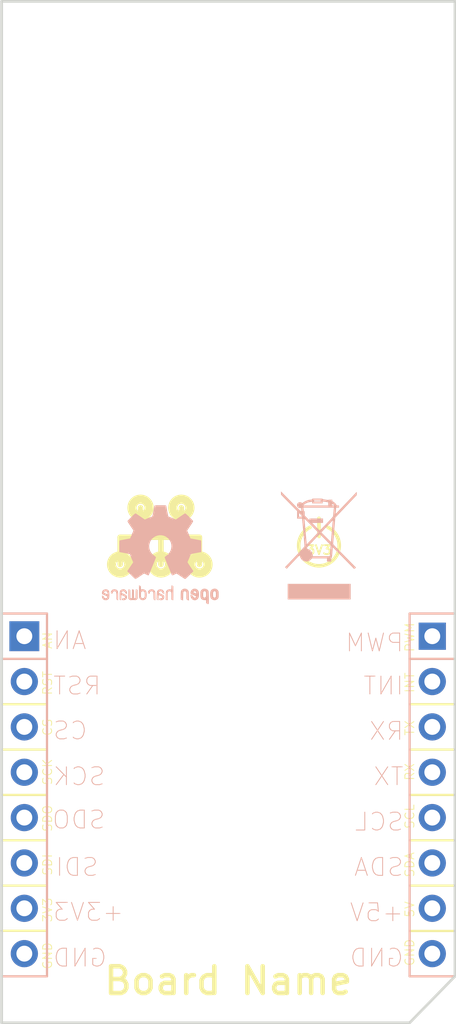
<source format=kicad_pcb>
(kicad_pcb (version 20171130) (host pcbnew "(5.0.1-3-g963ef8bb5)")

  (general
    (thickness 1.6)
    (drawings 9)
    (tracks 0)
    (zones 0)
    (modules 4)
    (nets 16)
  )

  (page A4)
  (layers
    (0 F.Cu signal)
    (31 B.Cu signal)
    (32 B.Adhes user)
    (33 F.Adhes user)
    (34 B.Paste user)
    (35 F.Paste user)
    (36 B.SilkS user)
    (37 F.SilkS user)
    (38 B.Mask user)
    (39 F.Mask user)
    (40 Dwgs.User user)
    (41 Cmts.User user)
    (42 Eco1.User user)
    (43 Eco2.User user)
    (44 Edge.Cuts user)
    (45 Margin user)
    (46 B.CrtYd user)
    (47 F.CrtYd user)
    (48 B.Fab user)
    (49 F.Fab user)
  )

  (setup
    (last_trace_width 0.25)
    (trace_clearance 0.2)
    (zone_clearance 0.508)
    (zone_45_only no)
    (trace_min 0.2)
    (segment_width 0.2)
    (edge_width 0.15)
    (via_size 0.8)
    (via_drill 0.4)
    (via_min_size 0.4)
    (via_min_drill 0.3)
    (uvia_size 0.3)
    (uvia_drill 0.1)
    (uvias_allowed no)
    (uvia_min_size 0.2)
    (uvia_min_drill 0.1)
    (pcb_text_width 0.3)
    (pcb_text_size 1.5 1.5)
    (mod_edge_width 0.15)
    (mod_text_size 1 1)
    (mod_text_width 0.15)
    (pad_size 1.524 1.524)
    (pad_drill 0.762)
    (pad_to_mask_clearance 0.051)
    (solder_mask_min_width 0.25)
    (aux_axis_origin 0 0)
    (visible_elements FFFFFF7F)
    (pcbplotparams
      (layerselection 0x010fc_ffffffff)
      (usegerberextensions false)
      (usegerberattributes false)
      (usegerberadvancedattributes false)
      (creategerberjobfile false)
      (excludeedgelayer true)
      (linewidth 0.100000)
      (plotframeref false)
      (viasonmask false)
      (mode 1)
      (useauxorigin false)
      (hpglpennumber 1)
      (hpglpenspeed 20)
      (hpglpendiameter 15.000000)
      (psnegative false)
      (psa4output false)
      (plotreference true)
      (plotvalue true)
      (plotinvisibletext false)
      (padsonsilk false)
      (subtractmaskfromsilk false)
      (outputformat 1)
      (mirror false)
      (drillshape 1)
      (scaleselection 1)
      (outputdirectory ""))
  )

  (net 0 "")
  (net 1 "Net-(CON101-PadP3)")
  (net 2 "Net-(CON101-PadP4)")
  (net 3 "Net-(CON101-PadP5)")
  (net 4 "Net-(CON101-PadP6)")
  (net 5 +3V3)
  (net 6 GND)
  (net 7 +5V)
  (net 8 "Net-(CON101-PadP11)")
  (net 9 "Net-(CON101-PadP12)")
  (net 10 "Net-(CON101-PadP13)")
  (net 11 "Net-(CON101-PadP14)")
  (net 12 "Net-(CON101-PadP1)")
  (net 13 "Net-(CON101-PadP2)")
  (net 14 "Net-(CON101-PadP15)")
  (net 15 "Net-(CON101-PadP16)")

  (net_class Default "This is the default net class."
    (clearance 0.2)
    (trace_width 0.25)
    (via_dia 0.8)
    (via_drill 0.4)
    (uvia_dia 0.3)
    (uvia_drill 0.1)
    (add_net +3V3)
    (add_net +5V)
    (add_net GND)
    (add_net "Net-(CON101-PadP1)")
    (add_net "Net-(CON101-PadP11)")
    (add_net "Net-(CON101-PadP12)")
    (add_net "Net-(CON101-PadP13)")
    (add_net "Net-(CON101-PadP14)")
    (add_net "Net-(CON101-PadP15)")
    (add_net "Net-(CON101-PadP16)")
    (add_net "Net-(CON101-PadP2)")
    (add_net "Net-(CON101-PadP3)")
    (add_net "Net-(CON101-PadP4)")
    (add_net "Net-(CON101-PadP5)")
    (add_net "Net-(CON101-PadP6)")
  )

  (module mikroBUS:MIKROBUS_MODULE_CONN (layer F.Cu) (tedit 5C63120E) (tstamp 5C65203B)
    (at 146.05 97.028)
    (tags mikrobus)
    (path /5C620177)
    (fp_text reference CON101 (at 9.906 -0.254) (layer F.Fab)
      (effects (font (size 1 0.9) (thickness 0.05)))
    )
    (fp_text value MIKROBUS_MODULE_CONN (at 11.8 18) (layer F.SilkS) hide
      (effects (font (size 4 3.5) (thickness 0.15)))
    )
    (fp_line (start 21.59 1.27) (end 24.13 1.27) (layer F.SilkS) (width 0.127))
    (fp_line (start -1.27 1.27) (end 1.27 1.27) (layer F.SilkS) (width 0.127))
    (fp_line (start 24.13 19.05) (end 21.6 21.64) (layer F.Fab) (width 0.127))
    (fp_text user AN (at 1.3 0.235 90) (layer F.SilkS)
      (effects (font (size 0.5 0.5) (thickness 0.05)))
    )
    (fp_text user RST (at 1.3 2.623639 90) (layer F.SilkS)
      (effects (font (size 0.5 0.5) (thickness 0.05)))
    )
    (fp_text user CS (at 1.3 5.1 90) (layer F.SilkS)
      (effects (font (size 0.5 0.5) (thickness 0.05)))
    )
    (fp_text user SCK (at 1.3 7.6 90) (layer F.SilkS)
      (effects (font (size 0.5 0.5) (thickness 0.05)))
    )
    (fp_text user SDO (at 1.3 10.206221 90) (layer F.SilkS)
      (effects (font (size 0.5 0.5) (thickness 0.05)))
    )
    (fp_text user SDI (at 1.3 12.797241 90) (layer F.SilkS)
      (effects (font (size 0.5 0.5) (thickness 0.05)))
    )
    (fp_text user 3V3 (at 1.3 15.328737 90) (layer F.SilkS)
      (effects (font (size 0.5 0.5) (thickness 0.05)))
    )
    (fp_text user GND (at 1.3 17.9 90) (layer F.SilkS)
      (effects (font (size 0.5 0.5) (thickness 0.05)))
    )
    (fp_text user GND (at 21.597534 17.715 90) (layer F.SilkS)
      (effects (font (size 0.5 0.5) (thickness 0.05)))
    )
    (fp_text user 5V (at 21.597534 15.3 90) (layer F.SilkS)
      (effects (font (size 0.5 0.5) (thickness 0.05)))
    )
    (fp_text user SDA (at 21.597534 12.8 90) (layer F.SilkS)
      (effects (font (size 0.5 0.5) (thickness 0.05)))
    )
    (fp_text user SCL (at 21.597534 10.1 90) (layer F.SilkS)
      (effects (font (size 0.5 0.5) (thickness 0.05)))
    )
    (fp_text user RX (at 21.597534 7.6 90) (layer F.SilkS)
      (effects (font (size 0.5 0.5) (thickness 0.05)))
    )
    (fp_text user TX (at 21.597534 5.141427 90) (layer F.SilkS)
      (effects (font (size 0.5 0.5) (thickness 0.05)))
    )
    (fp_text user INT (at 21.597534 2.6 90) (layer F.SilkS)
      (effects (font (size 0.5 0.5) (thickness 0.05)))
    )
    (fp_text user PWM (at 21.597534 0.062 90) (layer F.SilkS)
      (effects (font (size 0.5 0.5) (thickness 0.05)))
    )
    (fp_text user AN (at 2.548191 0.235) (layer B.SilkS)
      (effects (font (size 1 1) (thickness 0.05)) (justify mirror))
    )
    (fp_text user RST (at 2.952953 2.775) (layer B.SilkS)
      (effects (font (size 1 1) (thickness 0.05)) (justify mirror))
    )
    (fp_text user CS (at 2.572 5.2896) (layer B.SilkS)
      (effects (font (size 1 1) (thickness 0.05)) (justify mirror))
    )
    (fp_text user SCK (at 3.072 7.855) (layer B.SilkS)
      (effects (font (size 1 1) (thickness 0.05)) (justify mirror))
    )
    (fp_text user SDO (at 3.05 10.28) (layer B.SilkS)
      (effects (font (size 1 1) (thickness 0.05)) (justify mirror))
    )
    (fp_text user SDI (at 2.95 12.935) (layer B.SilkS)
      (effects (font (size 1 1) (thickness 0.05)) (justify mirror))
    )
    (fp_text user +3V3 (at 3.59581 15.4496) (layer B.SilkS)
      (effects (font (size 1 1) (thickness 0.05)) (justify mirror))
    )
    (fp_text user GND (at 3.119619 18.015) (layer B.SilkS)
      (effects (font (size 1 1) (thickness 0.05)) (justify mirror))
    )
    (fp_text user GND (at 19.743847 18.015) (layer B.SilkS)
      (effects (font (size 1 1) (thickness 0.05)) (justify mirror))
    )
    (fp_text user +5V (at 19.743847 15.475) (layer B.SilkS)
      (effects (font (size 1 1) (thickness 0.05)) (justify mirror))
    )
    (fp_text user SDA (at 19.862895 12.935) (layer B.SilkS)
      (effects (font (size 1 1) (thickness 0.05)) (justify mirror))
    )
    (fp_text user SCL (at 19.886704 10.395) (layer B.SilkS)
      (effects (font (size 1 1) (thickness 0.05)) (justify mirror))
    )
    (fp_text user TX (at 20.410514 7.855) (layer B.SilkS)
      (effects (font (size 1 1) (thickness 0.05)) (justify mirror))
    )
    (fp_text user RX (at 20.291466 5.315) (layer B.SilkS)
      (effects (font (size 1 1) (thickness 0.05)) (justify mirror))
    )
    (fp_text user INT (at 20.1248 2.775) (layer B.SilkS)
      (effects (font (size 1 1) (thickness 0.05)) (justify mirror))
    )
    (fp_text user PWM (at 19.6248 0.362) (layer B.SilkS)
      (effects (font (size 1 1) (thickness 0.05)) (justify mirror))
    )
    (fp_line (start 24.13 19.05) (end 21.59 21.64) (layer B.SilkS) (width 0.127))
    (fp_line (start -1.27 1.27) (end 1.27 1.27) (layer B.SilkS) (width 0.127))
    (fp_line (start 21.59 -1.27) (end 24.13 -1.27) (layer B.SilkS) (width 0.127))
    (fp_line (start 21.59 19.05) (end 24.13 19.05) (layer B.SilkS) (width 0.127))
    (fp_line (start 21.59 1.27) (end 21.59 19.05) (layer B.SilkS) (width 0.127))
    (fp_line (start 21.59 -1.27) (end 21.59 1.27) (layer B.SilkS) (width 0.127))
    (fp_line (start 24.13 -1.27) (end 24.13 19.05) (layer B.SilkS) (width 0.127))
    (fp_line (start 21.59 1.27) (end 24.13 1.27) (layer B.SilkS) (width 0.127))
    (fp_line (start 1.27 -1.27) (end -1.27 -1.27) (layer B.SilkS) (width 0.127))
    (fp_line (start 1.27 1.27) (end 1.27 -1.27) (layer B.SilkS) (width 0.127))
    (fp_line (start 1.27 19.05) (end 1.27 1.27) (layer B.SilkS) (width 0.127))
    (fp_line (start -1.27 19.05) (end 1.27 19.05) (layer B.SilkS) (width 0.127))
    (fp_line (start -1.27 1.27) (end -1.27 19.05) (layer B.SilkS) (width 0.127))
    (fp_line (start -1.27 -1.27) (end -1.27 1.27) (layer B.SilkS) (width 0.127))
    (fp_line (start -1.27 3.81) (end 1.27 3.81) (layer F.SilkS) (width 0.127))
    (fp_line (start -1.27 6.35) (end 1.27 6.35) (layer F.SilkS) (width 0.127))
    (fp_line (start -1.27 8.89) (end 1.27 8.89) (layer F.SilkS) (width 0.127))
    (fp_line (start -1.27 11.43) (end 1.27 11.43) (layer F.SilkS) (width 0.127))
    (fp_line (start -1.27 13.97) (end 1.27 13.97) (layer F.SilkS) (width 0.127))
    (fp_line (start -1.3 16.5) (end 1.24 16.5) (layer F.SilkS) (width 0.127))
    (fp_line (start 21.59 3.81) (end 24.13 3.81) (layer F.SilkS) (width 0.127))
    (fp_line (start 21.59 6.35) (end 24.13 6.35) (layer F.SilkS) (width 0.127))
    (fp_line (start 21.59 8.89) (end 24.13 8.89) (layer F.SilkS) (width 0.127))
    (fp_line (start 21.59 11.43) (end 24.13 11.43) (layer F.SilkS) (width 0.127))
    (fp_line (start 21.59 13.97) (end 24.13 13.97) (layer F.SilkS) (width 0.127))
    (fp_line (start 21.59 16.51) (end 24.13 16.51) (layer F.SilkS) (width 0.127))
    (pad P1 thru_hole rect (at 0 0) (size 1.6764 1.6764) (drill 0.889) (layers *.Cu *.Mask)
      (net 12 "Net-(CON101-PadP1)"))
    (pad P2 thru_hole circle (at 0 2.54) (size 1.524 1.524) (drill 0.889) (layers *.Cu *.Mask)
      (net 13 "Net-(CON101-PadP2)"))
    (pad P3 thru_hole circle (at 0 5.08) (size 1.524 1.524) (drill 0.889) (layers *.Cu *.Mask)
      (net 1 "Net-(CON101-PadP3)"))
    (pad P4 thru_hole circle (at 0 7.62) (size 1.524 1.524) (drill 0.889) (layers *.Cu *.Mask)
      (net 2 "Net-(CON101-PadP4)"))
    (pad P5 thru_hole circle (at 0 10.16) (size 1.524 1.524) (drill 0.889) (layers *.Cu *.Mask)
      (net 3 "Net-(CON101-PadP5)"))
    (pad P6 thru_hole circle (at 0 12.7) (size 1.524 1.524) (drill 0.889) (layers *.Cu *.Mask)
      (net 4 "Net-(CON101-PadP6)"))
    (pad P7 thru_hole circle (at 0 15.24) (size 1.524 1.524) (drill 0.889) (layers *.Cu *.Mask)
      (net 5 +3V3))
    (pad P8 thru_hole circle (at 0 17.78) (size 1.524 1.524) (drill 0.889) (layers *.Cu *.Mask)
      (net 6 GND))
    (pad P9 thru_hole circle (at 22.86 17.78) (size 1.524 1.524) (drill 0.889) (layers *.Cu *.Mask)
      (net 6 GND))
    (pad P10 thru_hole circle (at 22.86 15.24) (size 1.524 1.524) (drill 0.889) (layers *.Cu *.Mask)
      (net 7 +5V))
    (pad P11 thru_hole circle (at 22.86 12.7) (size 1.524 1.524) (drill 0.889) (layers *.Cu *.Mask)
      (net 8 "Net-(CON101-PadP11)"))
    (pad P12 thru_hole circle (at 22.86 10.16) (size 1.524 1.524) (drill 0.889) (layers *.Cu *.Mask)
      (net 9 "Net-(CON101-PadP12)"))
    (pad P13 thru_hole circle (at 22.86 7.62) (size 1.524 1.524) (drill 0.889) (layers *.Cu *.Mask)
      (net 10 "Net-(CON101-PadP13)"))
    (pad P14 thru_hole circle (at 22.86 5.08) (size 1.524 1.524) (drill 0.889) (layers *.Cu *.Mask)
      (net 11 "Net-(CON101-PadP14)"))
    (pad P15 thru_hole circle (at 22.86 2.54) (size 1.524 1.524) (drill 0.889) (layers *.Cu *.Mask)
      (net 14 "Net-(CON101-PadP15)"))
    (pad P16 thru_hole rect (at 22.86 0) (size 1.524 1.524) (drill 0.889) (layers *.Cu *.Mask)
      (net 15 "Net-(CON101-PadP16)"))
  )

  (module mikroBUS:MIKROBUS_LOGO locked (layer F.Cu) (tedit 5C631067) (tstamp 5C65A23C)
    (at 153.67 92.964)
    (tags mikrobus)
    (zone_connect 0)
    (attr virtual)
    (fp_text reference * (at 6.3 3.9) (layer F.SilkS) hide
      (effects (font (size 1 0.9) (thickness 0.05)))
    )
    (fp_text value MIKROCLICK_LOGO (at -0.3 3.9) (layer F.Fab) hide
      (effects (font (size 1 0.9) (thickness 0.05)))
    )
    (fp_circle (center -1.108 -3.1308) (end -0.8794 -3.1308) (layer F.SilkS) (width 0.508))
    (fp_circle (center -2.251 0.0442) (end -2.0224 0.0442) (layer F.SilkS) (width 0.508))
    (fp_circle (center 0.035 0.0442) (end 0.2636 0.0442) (layer F.SilkS) (width 0.508))
    (fp_circle (center 2.194 0.0442) (end 2.4226 0.0442) (layer F.SilkS) (width 0.508))
    (fp_circle (center 1.178 -3.1308) (end 1.4066 -3.1308) (layer F.SilkS) (width 0.508))
    (fp_line (start -1.108 -1.4798) (end -1.108 -3.1308) (layer F.SilkS) (width 0.3048))
    (fp_line (start 1.178 -1.4798) (end 1.178 -3.1308) (layer F.SilkS) (width 0.3048))
    (fp_line (start -2.251 -1.4798) (end -2.251 0.0442) (layer F.SilkS) (width 0.3048))
    (fp_line (start 0.035 -1.4798) (end 0.035 0.0442) (layer F.SilkS) (width 0.3048))
    (fp_line (start 2.194 -1.4798) (end 2.194 0.0442) (layer F.SilkS) (width 0.3048))
    (fp_line (start -1.108 -1.4798) (end -2.251 -1.4798) (layer F.SilkS) (width 0.3048))
    (fp_line (start 0.035 -1.4798) (end -1.108 -1.4798) (layer F.SilkS) (width 0.3048))
    (fp_line (start 1.178 -1.4798) (end 0.035 -1.4798) (layer F.SilkS) (width 0.3048))
    (fp_line (start 2.194 -1.4798) (end 1.178 -1.4798) (layer F.SilkS) (width 0.3048))
  )

  (module Symbols:WEEE-Logo_4.2x6mm_SilkScreen (layer B.Cu) (tedit 0) (tstamp 5C65968F)
    (at 162.56 91.948 180)
    (descr "Waste Electrical and Electronic Equipment Directive")
    (tags "Logo WEEE")
    (attr virtual)
    (fp_text reference REF*** (at 0 0 180) (layer B.SilkS) hide
      (effects (font (size 1 1) (thickness 0.15)) (justify mirror))
    )
    (fp_text value WEEE-Logo_4.2x6mm_SilkScreen (at 0.75 0 180) (layer B.Fab) hide
      (effects (font (size 1 1) (thickness 0.15)) (justify mirror))
    )
    (fp_poly (pts (xy 1.747822 -3.017822) (xy -1.772971 -3.017822) (xy -1.772971 -2.150198) (xy 1.747822 -2.150198)
      (xy 1.747822 -3.017822)) (layer B.SilkS) (width 0.01))
    (fp_poly (pts (xy 2.12443 2.935152) (xy 2.123811 2.848069) (xy 1.672086 2.389109) (xy 1.220361 1.930148)
      (xy 1.220032 1.719529) (xy 1.219703 1.508911) (xy 0.94461 1.508911) (xy 0.937522 1.45547)
      (xy 0.934838 1.431112) (xy 0.930313 1.385241) (xy 0.924191 1.320595) (xy 0.916712 1.239909)
      (xy 0.908119 1.145919) (xy 0.898654 1.041363) (xy 0.888558 0.928975) (xy 0.878074 0.811493)
      (xy 0.867444 0.691652) (xy 0.856909 0.572189) (xy 0.846713 0.455841) (xy 0.837095 0.345343)
      (xy 0.8283 0.243431) (xy 0.820568 0.152842) (xy 0.814142 0.076313) (xy 0.809263 0.016579)
      (xy 0.806175 -0.023624) (xy 0.805117 -0.041559) (xy 0.805118 -0.041644) (xy 0.812827 -0.056035)
      (xy 0.835981 -0.085748) (xy 0.874895 -0.131131) (xy 0.929884 -0.192529) (xy 1.001264 -0.270288)
      (xy 1.089349 -0.364754) (xy 1.194454 -0.476272) (xy 1.316895 -0.605188) (xy 1.35131 -0.641287)
      (xy 1.897137 -1.213416) (xy 1.808881 -1.301436) (xy 1.737485 -1.223758) (xy 1.711366 -1.195686)
      (xy 1.670566 -1.152274) (xy 1.617777 -1.096366) (xy 1.555691 -1.030808) (xy 1.487 -0.958441)
      (xy 1.414396 -0.882112) (xy 1.37096 -0.836524) (xy 1.289416 -0.751119) (xy 1.223504 -0.68271)
      (xy 1.171544 -0.630053) (xy 1.131855 -0.591905) (xy 1.102757 -0.56702) (xy 1.082569 -0.554156)
      (xy 1.06961 -0.552068) (xy 1.0622 -0.559513) (xy 1.058658 -0.575246) (xy 1.057303 -0.598023)
      (xy 1.057121 -0.604239) (xy 1.047703 -0.647061) (xy 1.024497 -0.698819) (xy 0.992136 -0.751328)
      (xy 0.955252 -0.796403) (xy 0.940493 -0.810328) (xy 0.864767 -0.859047) (xy 0.776308 -0.886306)
      (xy 0.6981 -0.892773) (xy 0.609468 -0.880576) (xy 0.527612 -0.844813) (xy 0.455164 -0.786722)
      (xy 0.441797 -0.772262) (xy 0.392918 -0.716733) (xy -0.452674 -0.716733) (xy -0.452674 -0.892773)
      (xy -0.67901 -0.892773) (xy -0.67901 -0.810531) (xy -0.68185 -0.754386) (xy -0.691393 -0.715416)
      (xy -0.702991 -0.694219) (xy -0.711277 -0.679052) (xy -0.718373 -0.657062) (xy -0.724748 -0.624987)
      (xy -0.730872 -0.579569) (xy -0.737216 -0.517548) (xy -0.74425 -0.435662) (xy -0.749066 -0.374746)
      (xy -0.771161 -0.089343) (xy -1.313565 -0.638805) (xy -1.411637 -0.738228) (xy -1.505784 -0.833815)
      (xy -1.594285 -0.92381) (xy -1.67542 -1.006457) (xy -1.747469 -1.080001) (xy -1.808712 -1.142684)
      (xy -1.857427 -1.192752) (xy -1.891896 -1.228448) (xy -1.910379 -1.247995) (xy -1.940743 -1.278944)
      (xy -1.966071 -1.30053) (xy -1.979695 -1.307723) (xy -1.997095 -1.299297) (xy -2.02246 -1.278245)
      (xy -2.031058 -1.269671) (xy -2.067514 -1.23162) (xy -1.866802 -1.027658) (xy -1.815596 -0.975699)
      (xy -1.749569 -0.90882) (xy -1.671618 -0.82995) (xy -1.584638 -0.742014) (xy -1.491526 -0.647941)
      (xy -1.395179 -0.550658) (xy -1.298492 -0.453093) (xy -1.229134 -0.383145) (xy -1.123703 -0.27655)
      (xy -1.035129 -0.186307) (xy -0.962281 -0.111192) (xy -0.904023 -0.049986) (xy -0.859225 -0.001466)
      (xy -0.837021 0.023871) (xy -0.658724 0.023871) (xy -0.636401 -0.261555) (xy -0.629669 -0.345219)
      (xy -0.623157 -0.421727) (xy -0.617234 -0.487081) (xy -0.612268 -0.537281) (xy -0.608629 -0.568329)
      (xy -0.607458 -0.575273) (xy -0.600838 -0.603565) (xy 0.348636 -0.603565) (xy 0.354974 -0.524606)
      (xy 0.37411 -0.431315) (xy 0.414154 -0.348791) (xy 0.472582 -0.280038) (xy 0.546871 -0.228063)
      (xy 0.630252 -0.196863) (xy 0.657302 -0.182228) (xy 0.670844 -0.150819) (xy 0.671128 -0.149434)
      (xy 0.672753 -0.136174) (xy 0.670744 -0.122595) (xy 0.663142 -0.106181) (xy 0.647984 -0.084411)
      (xy 0.623312 -0.054767) (xy 0.587164 -0.014732) (xy 0.53758 0.038215) (xy 0.472599 0.106591)
      (xy 0.468401 0.110995) (xy 0.398507 0.184389) (xy 0.3242 0.262563) (xy 0.250586 0.340136)
      (xy 0.182771 0.411725) (xy 0.12586 0.471949) (xy 0.113168 0.485413) (xy 0.064513 0.53618)
      (xy 0.021291 0.579625) (xy -0.013395 0.612759) (xy -0.036444 0.632595) (xy -0.044182 0.636954)
      (xy -0.055722 0.62783) (xy -0.08271 0.6028) (xy -0.123021 0.563948) (xy -0.174529 0.513357)
      (xy -0.235109 0.453112) (xy -0.302636 0.385296) (xy -0.357826 0.329435) (xy -0.658724 0.023871)
      (xy -0.837021 0.023871) (xy -0.826751 0.035589) (xy -0.805471 0.062401) (xy -0.794251 0.080192)
      (xy -0.791754 0.08843) (xy -0.7927 0.10641) (xy -0.795573 0.147108) (xy -0.800187 0.208181)
      (xy -0.806358 0.287287) (xy -0.813898 0.382086) (xy -0.822621 0.490233) (xy -0.832343 0.609388)
      (xy -0.842876 0.737209) (xy -0.851365 0.839365) (xy -0.899396 1.415326) (xy -0.775805 1.415326)
      (xy -0.775273 1.402896) (xy -0.772769 1.36789) (xy -0.768496 1.312785) (xy -0.762653 1.240057)
      (xy -0.755443 1.152186) (xy -0.747066 1.051649) (xy -0.737723 0.940923) (xy -0.728758 0.835795)
      (xy -0.718602 0.716517) (xy -0.709142 0.60392) (xy -0.700596 0.500695) (xy -0.693179 0.409527)
      (xy -0.687108 0.333105) (xy -0.682601 0.274117) (xy -0.679873 0.235251) (xy -0.679116 0.220156)
      (xy -0.677935 0.210762) (xy -0.673256 0.207034) (xy -0.663276 0.210529) (xy -0.64619 0.222801)
      (xy -0.620196 0.245406) (xy -0.58349 0.2799) (xy -0.534267 0.327838) (xy -0.470726 0.390776)
      (xy -0.403305 0.458032) (xy -0.127601 0.733523) (xy -0.129533 0.735594) (xy 0.05271 0.735594)
      (xy 0.061016 0.72422) (xy 0.084267 0.697437) (xy 0.120135 0.657708) (xy 0.166287 0.607493)
      (xy 0.220394 0.549254) (xy 0.280126 0.485453) (xy 0.343152 0.418551) (xy 0.407142 0.35101)
      (xy 0.469764 0.28529) (xy 0.52869 0.223854) (xy 0.581588 0.169163) (xy 0.626128 0.123678)
      (xy 0.65998 0.089862) (xy 0.680812 0.070174) (xy 0.686494 0.066163) (xy 0.688366 0.079109)
      (xy 0.692254 0.114866) (xy 0.697943 0.171196) (xy 0.705219 0.24586) (xy 0.713869 0.33662)
      (xy 0.723678 0.441238) (xy 0.734434 0.557474) (xy 0.745921 0.683092) (xy 0.755093 0.784382)
      (xy 0.766826 0.915721) (xy 0.777665 1.039448) (xy 0.78743 1.153319) (xy 0.795937 1.255089)
      (xy 0.803005 1.342513) (xy 0.808451 1.413347) (xy 0.812092 1.465347) (xy 0.813747 1.496268)
      (xy 0.813558 1.504297) (xy 0.803666 1.497146) (xy 0.778476 1.474159) (xy 0.74019 1.437561)
      (xy 0.691011 1.389578) (xy 0.633139 1.332434) (xy 0.568778 1.268353) (xy 0.500129 1.199562)
      (xy 0.429395 1.128284) (xy 0.358778 1.056745) (xy 0.29048 0.98717) (xy 0.226704 0.921783)
      (xy 0.16965 0.862809) (xy 0.121522 0.812473) (xy 0.084522 0.773001) (xy 0.060852 0.746617)
      (xy 0.05271 0.735594) (xy -0.129533 0.735594) (xy -0.230409 0.843705) (xy -0.282768 0.899623)
      (xy -0.341535 0.962052) (xy -0.404385 1.028557) (xy -0.468995 1.096702) (xy -0.533042 1.164052)
      (xy -0.594203 1.228172) (xy -0.650153 1.286628) (xy -0.69857 1.336982) (xy -0.73713 1.376802)
      (xy -0.763509 1.40365) (xy -0.775384 1.415092) (xy -0.775805 1.415326) (xy -0.899396 1.415326)
      (xy -0.911401 1.559274) (xy -1.511938 2.190842) (xy -2.112475 2.822411) (xy -2.112034 2.910685)
      (xy -2.111592 2.99896) (xy -2.014583 2.895334) (xy -1.960291 2.837537) (xy -1.896192 2.769632)
      (xy -1.824016 2.693428) (xy -1.745492 2.610731) (xy -1.662349 2.523347) (xy -1.576319 2.433085)
      (xy -1.48913 2.34175) (xy -1.402513 2.251151) (xy -1.318197 2.163093) (xy -1.237912 2.079385)
      (xy -1.163387 2.001833) (xy -1.096354 1.932243) (xy -1.038541 1.872424) (xy -0.991679 1.824182)
      (xy -0.957496 1.789324) (xy -0.937724 1.769657) (xy -0.93339 1.765884) (xy -0.933092 1.779008)
      (xy -0.934731 1.812611) (xy -0.938023 1.86212) (xy -0.942682 1.922963) (xy -0.944682 1.947268)
      (xy -0.959577 2.125049) (xy -0.842955 2.125049) (xy -0.836934 2.096757) (xy -0.833863 2.074382)
      (xy -0.829548 2.032283) (xy -0.824488 1.975822) (xy -0.819181 1.910365) (xy -0.817344 1.886138)
      (xy -0.811927 1.816579) (xy -0.806459 1.751982) (xy -0.801488 1.698452) (xy -0.797561 1.66209)
      (xy -0.796675 1.655491) (xy -0.793334 1.641944) (xy -0.786101 1.626086) (xy -0.77344 1.606139)
      (xy -0.753811 1.580327) (xy -0.725678 1.546871) (xy -0.687502 1.503993) (xy -0.637746 1.449917)
      (xy -0.574871 1.382864) (xy -0.497341 1.301057) (xy -0.418251 1.21805) (xy -0.339564 1.135906)
      (xy -0.266112 1.059831) (xy -0.199724 0.991675) (xy -0.142227 0.933288) (xy -0.095451 0.886519)
      (xy -0.061224 0.853218) (xy -0.041373 0.835233) (xy -0.03714 0.832558) (xy -0.026003 0.842259)
      (xy 0.000029 0.867559) (xy 0.03843 0.905918) (xy 0.086672 0.9548) (xy 0.14223 1.011666)
      (xy 0.182408 1.053094) (xy 0.392169 1.27) (xy -0.226337 1.27) (xy -0.226337 1.508911)
      (xy 0.528119 1.508911) (xy 0.528119 1.402458) (xy 0.666435 1.540346) (xy 0.764553 1.63816)
      (xy 0.955643 1.63816) (xy 0.957471 1.62273) (xy 0.966723 1.614133) (xy 0.98905 1.610387)
      (xy 1.030105 1.609511) (xy 1.037376 1.609505) (xy 1.119109 1.609505) (xy 1.119109 1.828828)
      (xy 1.037376 1.747821) (xy 0.99127 1.698572) (xy 0.963694 1.660841) (xy 0.955643 1.63816)
      (xy 0.764553 1.63816) (xy 0.804752 1.678234) (xy 0.804752 1.801048) (xy 0.805137 1.85755)
      (xy 0.8069 1.893495) (xy 0.81095 1.91347) (xy 0.818199 1.922063) (xy 0.82913 1.923861)
      (xy 0.841288 1.926502) (xy 0.850273 1.937088) (xy 0.857174 1.959619) (xy 0.863076 1.998091)
      (xy 0.869065 2.056502) (xy 0.870987 2.077896) (xy 0.875148 2.125049) (xy -0.842955 2.125049)
      (xy -0.959577 2.125049) (xy -1.119109 2.125049) (xy -1.119109 2.238218) (xy -1.051314 2.238218)
      (xy -1.011662 2.239304) (xy -0.990116 2.244546) (xy -0.98748 2.247666) (xy -0.848616 2.247666)
      (xy -0.841308 2.240538) (xy -0.815993 2.238338) (xy -0.798908 2.238218) (xy -0.741881 2.238218)
      (xy -0.529221 2.238218) (xy 0.885302 2.238218) (xy 0.837458 2.287214) (xy 0.76315 2.347676)
      (xy 0.671184 2.394309) (xy 0.560002 2.427751) (xy 0.449529 2.446247) (xy 0.377227 2.454878)
      (xy 0.377227 2.36396) (xy -0.201188 2.36396) (xy -0.201188 2.467107) (xy -0.286065 2.458504)
      (xy -0.345368 2.451244) (xy -0.408551 2.441621) (xy -0.446386 2.434748) (xy -0.521832 2.419593)
      (xy -0.525526 2.328905) (xy -0.529221 2.238218) (xy -0.741881 2.238218) (xy -0.741881 2.288515)
      (xy -0.743544 2.320024) (xy -0.747697 2.337537) (xy -0.749371 2.338812) (xy -0.767987 2.330746)
      (xy -0.795183 2.31118) (xy -0.822448 2.287056) (xy -0.841267 2.265318) (xy -0.842943 2.262492)
      (xy -0.848616 2.247666) (xy -0.98748 2.247666) (xy -0.979662 2.256919) (xy -0.975442 2.270396)
      (xy -0.958219 2.305373) (xy -0.925138 2.347421) (xy -0.881893 2.390644) (xy -0.834174 2.429146)
      (xy -0.80283 2.449199) (xy -0.767123 2.471149) (xy -0.748819 2.489589) (xy -0.742388 2.511332)
      (xy -0.741894 2.524282) (xy -0.741894 2.527425) (xy -0.100594 2.527425) (xy -0.100594 2.464554)
      (xy 0.276633 2.464554) (xy 0.276633 2.527425) (xy -0.100594 2.527425) (xy -0.741894 2.527425)
      (xy -0.741881 2.565148) (xy -0.636048 2.565148) (xy -0.587355 2.563971) (xy -0.549405 2.560835)
      (xy -0.528308 2.556329) (xy -0.526023 2.554505) (xy -0.512641 2.551705) (xy -0.480074 2.552852)
      (xy -0.433916 2.557607) (xy -0.402376 2.561997) (xy -0.345188 2.570622) (xy -0.292886 2.578409)
      (xy -0.253582 2.584153) (xy -0.242055 2.585785) (xy -0.211937 2.595112) (xy -0.201188 2.609728)
      (xy -0.19792 2.61568) (xy -0.18623 2.620222) (xy -0.163288 2.62353) (xy -0.126265 2.625785)
      (xy -0.072332 2.627166) (xy 0.00134 2.62785) (xy 0.08802 2.62802) (xy 0.180529 2.627923)
      (xy 0.250906 2.62747) (xy 0.302164 2.62641) (xy 0.33732 2.624497) (xy 0.359389 2.621481)
      (xy 0.371385 2.617115) (xy 0.376324 2.611151) (xy 0.377227 2.604216) (xy 0.384921 2.582205)
      (xy 0.410121 2.569679) (xy 0.456009 2.565212) (xy 0.464264 2.565148) (xy 0.541973 2.557132)
      (xy 0.630233 2.535064) (xy 0.721085 2.501916) (xy 0.80657 2.460661) (xy 0.878726 2.414269)
      (xy 0.888072 2.406918) (xy 0.918533 2.383002) (xy 0.936572 2.373424) (xy 0.949169 2.37652)
      (xy 0.9621 2.389296) (xy 1.000293 2.414322) (xy 1.049998 2.423929) (xy 1.103524 2.418933)
      (xy 1.153178 2.400149) (xy 1.191267 2.368394) (xy 1.194025 2.364703) (xy 1.222526 2.305425)
      (xy 1.227828 2.244066) (xy 1.210518 2.185573) (xy 1.17118 2.134896) (xy 1.16637 2.130711)
      (xy 1.13844 2.110833) (xy 1.110102 2.102079) (xy 1.070263 2.101447) (xy 1.060311 2.102008)
      (xy 1.021332 2.103438) (xy 1.001254 2.100161) (xy 0.993985 2.090272) (xy 0.99324 2.081039)
      (xy 0.991716 2.054256) (xy 0.987935 2.013975) (xy 0.985218 1.989876) (xy 0.981277 1.951599)
      (xy 0.982916 1.932004) (xy 0.992421 1.924842) (xy 1.009351 1.923861) (xy 1.019392 1.927099)
      (xy 1.03559 1.93758) (xy 1.059145 1.956452) (xy 1.091257 1.984865) (xy 1.133128 2.023965)
      (xy 1.185957 2.074903) (xy 1.250945 2.138827) (xy 1.329291 2.216886) (xy 1.422197 2.310228)
      (xy 1.530863 2.420002) (xy 1.583231 2.473048) (xy 2.125049 3.022233) (xy 2.12443 2.935152)) (layer B.SilkS) (width 0.01))
  )

  (module Symbols:OSHW-Logo2_7.3x6mm_SilkScreen (layer B.Cu) (tedit 0) (tstamp 5C659785)
    (at 153.67 92.456 180)
    (descr "Open Source Hardware Symbol")
    (tags "Logo Symbol OSHW")
    (attr virtual)
    (fp_text reference REF*** (at 0 0 180) (layer B.SilkS) hide
      (effects (font (size 1 1) (thickness 0.15)) (justify mirror))
    )
    (fp_text value OSHW-Logo2_7.3x6mm_SilkScreen (at 0.75 0 180) (layer B.Fab) hide
      (effects (font (size 1 1) (thickness 0.15)) (justify mirror))
    )
    (fp_poly (pts (xy -2.400256 -1.919918) (xy -2.344799 -1.947568) (xy -2.295852 -1.99848) (xy -2.282371 -2.017338)
      (xy -2.267686 -2.042015) (xy -2.258158 -2.068816) (xy -2.252707 -2.104587) (xy -2.250253 -2.156169)
      (xy -2.249714 -2.224267) (xy -2.252148 -2.317588) (xy -2.260606 -2.387657) (xy -2.276826 -2.439931)
      (xy -2.302546 -2.479869) (xy -2.339503 -2.512929) (xy -2.342218 -2.514886) (xy -2.37864 -2.534908)
      (xy -2.422498 -2.544815) (xy -2.478276 -2.547257) (xy -2.568952 -2.547257) (xy -2.56899 -2.635283)
      (xy -2.569834 -2.684308) (xy -2.574976 -2.713065) (xy -2.588413 -2.730311) (xy -2.614142 -2.744808)
      (xy -2.620321 -2.747769) (xy -2.649236 -2.761648) (xy -2.671624 -2.770414) (xy -2.688271 -2.771171)
      (xy -2.699964 -2.761023) (xy -2.70749 -2.737073) (xy -2.711634 -2.696426) (xy -2.713185 -2.636186)
      (xy -2.712929 -2.553455) (xy -2.711651 -2.445339) (xy -2.711252 -2.413) (xy -2.709815 -2.301524)
      (xy -2.708528 -2.228603) (xy -2.569029 -2.228603) (xy -2.568245 -2.290499) (xy -2.56476 -2.330997)
      (xy -2.556876 -2.357708) (xy -2.542895 -2.378244) (xy -2.533403 -2.38826) (xy -2.494596 -2.417567)
      (xy -2.460237 -2.419952) (xy -2.424784 -2.39575) (xy -2.423886 -2.394857) (xy -2.409461 -2.376153)
      (xy -2.400687 -2.350732) (xy -2.396261 -2.311584) (xy -2.394882 -2.251697) (xy -2.394857 -2.23843)
      (xy -2.398188 -2.155901) (xy -2.409031 -2.098691) (xy -2.42866 -2.063766) (xy -2.45835 -2.048094)
      (xy -2.475509 -2.046514) (xy -2.516234 -2.053926) (xy -2.544168 -2.07833) (xy -2.560983 -2.12298)
      (xy -2.56835 -2.19113) (xy -2.569029 -2.228603) (xy -2.708528 -2.228603) (xy -2.708292 -2.215245)
      (xy -2.706323 -2.150333) (xy -2.70355 -2.102958) (xy -2.699612 -2.06929) (xy -2.694151 -2.045498)
      (xy -2.686808 -2.027753) (xy -2.677223 -2.012224) (xy -2.673113 -2.006381) (xy -2.618595 -1.951185)
      (xy -2.549664 -1.91989) (xy -2.469928 -1.911165) (xy -2.400256 -1.919918)) (layer B.SilkS) (width 0.01))
    (fp_poly (pts (xy -1.283907 -1.92778) (xy -1.237328 -1.954723) (xy -1.204943 -1.981466) (xy -1.181258 -2.009484)
      (xy -1.164941 -2.043748) (xy -1.154661 -2.089227) (xy -1.149086 -2.150892) (xy -1.146884 -2.233711)
      (xy -1.146629 -2.293246) (xy -1.146629 -2.512391) (xy -1.208314 -2.540044) (xy -1.27 -2.567697)
      (xy -1.277257 -2.32767) (xy -1.280256 -2.238028) (xy -1.283402 -2.172962) (xy -1.287299 -2.128026)
      (xy -1.292553 -2.09877) (xy -1.299769 -2.080748) (xy -1.30955 -2.069511) (xy -1.312688 -2.067079)
      (xy -1.360239 -2.048083) (xy -1.408303 -2.0556) (xy -1.436914 -2.075543) (xy -1.448553 -2.089675)
      (xy -1.456609 -2.10822) (xy -1.461729 -2.136334) (xy -1.464559 -2.179173) (xy -1.465744 -2.241895)
      (xy -1.465943 -2.307261) (xy -1.465982 -2.389268) (xy -1.467386 -2.447316) (xy -1.472086 -2.486465)
      (xy -1.482013 -2.51178) (xy -1.499097 -2.528323) (xy -1.525268 -2.541156) (xy -1.560225 -2.554491)
      (xy -1.598404 -2.569007) (xy -1.593859 -2.311389) (xy -1.592029 -2.218519) (xy -1.589888 -2.149889)
      (xy -1.586819 -2.100711) (xy -1.582206 -2.066198) (xy -1.575432 -2.041562) (xy -1.565881 -2.022016)
      (xy -1.554366 -2.00477) (xy -1.49881 -1.94968) (xy -1.43102 -1.917822) (xy -1.357287 -1.910191)
      (xy -1.283907 -1.92778)) (layer B.SilkS) (width 0.01))
    (fp_poly (pts (xy -2.958885 -1.921962) (xy -2.890855 -1.957733) (xy -2.840649 -2.015301) (xy -2.822815 -2.052312)
      (xy -2.808937 -2.107882) (xy -2.801833 -2.178096) (xy -2.80116 -2.254727) (xy -2.806573 -2.329552)
      (xy -2.81773 -2.394342) (xy -2.834286 -2.440873) (xy -2.839374 -2.448887) (xy -2.899645 -2.508707)
      (xy -2.971231 -2.544535) (xy -3.048908 -2.55502) (xy -3.127452 -2.53881) (xy -3.149311 -2.529092)
      (xy -3.191878 -2.499143) (xy -3.229237 -2.459433) (xy -3.232768 -2.454397) (xy -3.247119 -2.430124)
      (xy -3.256606 -2.404178) (xy -3.26221 -2.370022) (xy -3.264914 -2.321119) (xy -3.265701 -2.250935)
      (xy -3.265714 -2.2352) (xy -3.265678 -2.230192) (xy -3.120571 -2.230192) (xy -3.119727 -2.29643)
      (xy -3.116404 -2.340386) (xy -3.109417 -2.368779) (xy -3.097584 -2.388325) (xy -3.091543 -2.394857)
      (xy -3.056814 -2.41968) (xy -3.023097 -2.418548) (xy -2.989005 -2.397016) (xy -2.968671 -2.374029)
      (xy -2.956629 -2.340478) (xy -2.949866 -2.287569) (xy -2.949402 -2.281399) (xy -2.948248 -2.185513)
      (xy -2.960312 -2.114299) (xy -2.98543 -2.068194) (xy -3.02344 -2.047635) (xy -3.037008 -2.046514)
      (xy -3.072636 -2.052152) (xy -3.097006 -2.071686) (xy -3.111907 -2.109042) (xy -3.119125 -2.16815)
      (xy -3.120571 -2.230192) (xy -3.265678 -2.230192) (xy -3.265174 -2.160413) (xy -3.262904 -2.108159)
      (xy -3.257932 -2.071949) (xy -3.249287 -2.045299) (xy -3.235995 -2.021722) (xy -3.233057 -2.017338)
      (xy -3.183687 -1.958249) (xy -3.129891 -1.923947) (xy -3.064398 -1.910331) (xy -3.042158 -1.909665)
      (xy -2.958885 -1.921962)) (layer B.SilkS) (width 0.01))
    (fp_poly (pts (xy -1.831697 -1.931239) (xy -1.774473 -1.969735) (xy -1.730251 -2.025335) (xy -1.703833 -2.096086)
      (xy -1.69849 -2.148162) (xy -1.699097 -2.169893) (xy -1.704178 -2.186531) (xy -1.718145 -2.201437)
      (xy -1.745411 -2.217973) (xy -1.790388 -2.239498) (xy -1.857489 -2.269374) (xy -1.857829 -2.269524)
      (xy -1.919593 -2.297813) (xy -1.970241 -2.322933) (xy -2.004596 -2.342179) (xy -2.017482 -2.352848)
      (xy -2.017486 -2.352934) (xy -2.006128 -2.376166) (xy -1.979569 -2.401774) (xy -1.949077 -2.420221)
      (xy -1.93363 -2.423886) (xy -1.891485 -2.411212) (xy -1.855192 -2.379471) (xy -1.837483 -2.344572)
      (xy -1.820448 -2.318845) (xy -1.787078 -2.289546) (xy -1.747851 -2.264235) (xy -1.713244 -2.250471)
      (xy -1.706007 -2.249714) (xy -1.697861 -2.26216) (xy -1.69737 -2.293972) (xy -1.703357 -2.336866)
      (xy -1.714643 -2.382558) (xy -1.73005 -2.422761) (xy -1.730829 -2.424322) (xy -1.777196 -2.489062)
      (xy -1.837289 -2.533097) (xy -1.905535 -2.554711) (xy -1.976362 -2.552185) (xy -2.044196 -2.523804)
      (xy -2.047212 -2.521808) (xy -2.100573 -2.473448) (xy -2.13566 -2.410352) (xy -2.155078 -2.327387)
      (xy -2.157684 -2.304078) (xy -2.162299 -2.194055) (xy -2.156767 -2.142748) (xy -2.017486 -2.142748)
      (xy -2.015676 -2.174753) (xy -2.005778 -2.184093) (xy -1.981102 -2.177105) (xy -1.942205 -2.160587)
      (xy -1.898725 -2.139881) (xy -1.897644 -2.139333) (xy -1.860791 -2.119949) (xy -1.846 -2.107013)
      (xy -1.849647 -2.093451) (xy -1.865005 -2.075632) (xy -1.904077 -2.049845) (xy -1.946154 -2.04795)
      (xy -1.983897 -2.066717) (xy -2.009966 -2.102915) (xy -2.017486 -2.142748) (xy -2.156767 -2.142748)
      (xy -2.152806 -2.106027) (xy -2.12845 -2.036212) (xy -2.094544 -1.987302) (xy -2.033347 -1.937878)
      (xy -1.965937 -1.913359) (xy -1.89712 -1.911797) (xy -1.831697 -1.931239)) (layer B.SilkS) (width 0.01))
    (fp_poly (pts (xy -0.624114 -1.851289) (xy -0.619861 -1.910613) (xy -0.614975 -1.945572) (xy -0.608205 -1.96082)
      (xy -0.598298 -1.961015) (xy -0.595086 -1.959195) (xy -0.552356 -1.946015) (xy -0.496773 -1.946785)
      (xy -0.440263 -1.960333) (xy -0.404918 -1.977861) (xy -0.368679 -2.005861) (xy -0.342187 -2.037549)
      (xy -0.324001 -2.077813) (xy -0.312678 -2.131543) (xy -0.306778 -2.203626) (xy -0.304857 -2.298951)
      (xy -0.304823 -2.317237) (xy -0.3048 -2.522646) (xy -0.350509 -2.53858) (xy -0.382973 -2.54942)
      (xy -0.400785 -2.554468) (xy -0.401309 -2.554514) (xy -0.403063 -2.540828) (xy -0.404556 -2.503076)
      (xy -0.405674 -2.446224) (xy -0.406303 -2.375234) (xy -0.4064 -2.332073) (xy -0.406602 -2.246973)
      (xy -0.407642 -2.185981) (xy -0.410169 -2.144177) (xy -0.414836 -2.116642) (xy -0.422293 -2.098456)
      (xy -0.433189 -2.084698) (xy -0.439993 -2.078073) (xy -0.486728 -2.051375) (xy -0.537728 -2.049375)
      (xy -0.583999 -2.071955) (xy -0.592556 -2.080107) (xy -0.605107 -2.095436) (xy -0.613812 -2.113618)
      (xy -0.619369 -2.139909) (xy -0.622474 -2.179562) (xy -0.623824 -2.237832) (xy -0.624114 -2.318173)
      (xy -0.624114 -2.522646) (xy -0.669823 -2.53858) (xy -0.702287 -2.54942) (xy -0.720099 -2.554468)
      (xy -0.720623 -2.554514) (xy -0.721963 -2.540623) (xy -0.723172 -2.501439) (xy -0.724199 -2.4407)
      (xy -0.724998 -2.362141) (xy -0.725519 -2.269498) (xy -0.725714 -2.166509) (xy -0.725714 -1.769342)
      (xy -0.678543 -1.749444) (xy -0.631371 -1.729547) (xy -0.624114 -1.851289)) (layer B.SilkS) (width 0.01))
    (fp_poly (pts (xy 0.039744 -1.950968) (xy 0.096616 -1.972087) (xy 0.097267 -1.972493) (xy 0.13244 -1.99838)
      (xy 0.158407 -2.028633) (xy 0.17667 -2.068058) (xy 0.188732 -2.121462) (xy 0.196096 -2.193651)
      (xy 0.200264 -2.289432) (xy 0.200629 -2.303078) (xy 0.205876 -2.508842) (xy 0.161716 -2.531678)
      (xy 0.129763 -2.54711) (xy 0.11047 -2.554423) (xy 0.109578 -2.554514) (xy 0.106239 -2.541022)
      (xy 0.103587 -2.504626) (xy 0.101956 -2.451452) (xy 0.1016 -2.408393) (xy 0.101592 -2.338641)
      (xy 0.098403 -2.294837) (xy 0.087288 -2.273944) (xy 0.063501 -2.272925) (xy 0.022296 -2.288741)
      (xy -0.039914 -2.317815) (xy -0.085659 -2.341963) (xy -0.109187 -2.362913) (xy -0.116104 -2.385747)
      (xy -0.116114 -2.386877) (xy -0.104701 -2.426212) (xy -0.070908 -2.447462) (xy -0.019191 -2.450539)
      (xy 0.018061 -2.450006) (xy 0.037703 -2.460735) (xy 0.049952 -2.486505) (xy 0.057002 -2.519337)
      (xy 0.046842 -2.537966) (xy 0.043017 -2.540632) (xy 0.007001 -2.55134) (xy -0.043434 -2.552856)
      (xy -0.095374 -2.545759) (xy -0.132178 -2.532788) (xy -0.183062 -2.489585) (xy -0.211986 -2.429446)
      (xy -0.217714 -2.382462) (xy -0.213343 -2.340082) (xy -0.197525 -2.305488) (xy -0.166203 -2.274763)
      (xy -0.115322 -2.24399) (xy -0.040824 -2.209252) (xy -0.036286 -2.207288) (xy 0.030821 -2.176287)
      (xy 0.072232 -2.150862) (xy 0.089981 -2.128014) (xy 0.086107 -2.104745) (xy 0.062643 -2.078056)
      (xy 0.055627 -2.071914) (xy 0.00863 -2.0481) (xy -0.040067 -2.049103) (xy -0.082478 -2.072451)
      (xy -0.110616 -2.115675) (xy -0.113231 -2.12416) (xy -0.138692 -2.165308) (xy -0.170999 -2.185128)
      (xy -0.217714 -2.20477) (xy -0.217714 -2.15395) (xy -0.203504 -2.080082) (xy -0.161325 -2.012327)
      (xy -0.139376 -1.989661) (xy -0.089483 -1.960569) (xy -0.026033 -1.9474) (xy 0.039744 -1.950968)) (layer B.SilkS) (width 0.01))
    (fp_poly (pts (xy 0.529926 -1.949755) (xy 0.595858 -1.974084) (xy 0.649273 -2.017117) (xy 0.670164 -2.047409)
      (xy 0.692939 -2.102994) (xy 0.692466 -2.143186) (xy 0.668562 -2.170217) (xy 0.659717 -2.174813)
      (xy 0.62153 -2.189144) (xy 0.602028 -2.185472) (xy 0.595422 -2.161407) (xy 0.595086 -2.148114)
      (xy 0.582992 -2.09921) (xy 0.551471 -2.064999) (xy 0.507659 -2.048476) (xy 0.458695 -2.052634)
      (xy 0.418894 -2.074227) (xy 0.40545 -2.086544) (xy 0.395921 -2.101487) (xy 0.389485 -2.124075)
      (xy 0.385317 -2.159328) (xy 0.382597 -2.212266) (xy 0.380502 -2.287907) (xy 0.37996 -2.311857)
      (xy 0.377981 -2.39379) (xy 0.375731 -2.451455) (xy 0.372357 -2.489608) (xy 0.367006 -2.513004)
      (xy 0.358824 -2.526398) (xy 0.346959 -2.534545) (xy 0.339362 -2.538144) (xy 0.307102 -2.550452)
      (xy 0.288111 -2.554514) (xy 0.281836 -2.540948) (xy 0.278006 -2.499934) (xy 0.2766 -2.430999)
      (xy 0.277598 -2.333669) (xy 0.277908 -2.318657) (xy 0.280101 -2.229859) (xy 0.282693 -2.165019)
      (xy 0.286382 -2.119067) (xy 0.291864 -2.086935) (xy 0.299835 -2.063553) (xy 0.310993 -2.043852)
      (xy 0.31683 -2.03541) (xy 0.350296 -1.998057) (xy 0.387727 -1.969003) (xy 0.392309 -1.966467)
      (xy 0.459426 -1.946443) (xy 0.529926 -1.949755)) (layer B.SilkS) (width 0.01))
    (fp_poly (pts (xy 1.190117 -2.065358) (xy 1.189933 -2.173837) (xy 1.189219 -2.257287) (xy 1.187675 -2.319704)
      (xy 1.185001 -2.365085) (xy 1.180894 -2.397429) (xy 1.175055 -2.420733) (xy 1.167182 -2.438995)
      (xy 1.161221 -2.449418) (xy 1.111855 -2.505945) (xy 1.049264 -2.541377) (xy 0.980013 -2.55409)
      (xy 0.910668 -2.542463) (xy 0.869375 -2.521568) (xy 0.826025 -2.485422) (xy 0.796481 -2.441276)
      (xy 0.778655 -2.383462) (xy 0.770463 -2.306313) (xy 0.769302 -2.249714) (xy 0.769458 -2.245647)
      (xy 0.870857 -2.245647) (xy 0.871476 -2.31055) (xy 0.874314 -2.353514) (xy 0.88084 -2.381622)
      (xy 0.892523 -2.401953) (xy 0.906483 -2.417288) (xy 0.953365 -2.44689) (xy 1.003701 -2.449419)
      (xy 1.051276 -2.424705) (xy 1.054979 -2.421356) (xy 1.070783 -2.403935) (xy 1.080693 -2.383209)
      (xy 1.086058 -2.352362) (xy 1.088228 -2.304577) (xy 1.088571 -2.251748) (xy 1.087827 -2.185381)
      (xy 1.084748 -2.141106) (xy 1.078061 -2.112009) (xy 1.066496 -2.091173) (xy 1.057013 -2.080107)
      (xy 1.01296 -2.052198) (xy 0.962224 -2.048843) (xy 0.913796 -2.070159) (xy 0.90445 -2.078073)
      (xy 0.88854 -2.095647) (xy 0.87861 -2.116587) (xy 0.873278 -2.147782) (xy 0.871163 -2.196122)
      (xy 0.870857 -2.245647) (xy 0.769458 -2.245647) (xy 0.77281 -2.158568) (xy 0.784726 -2.090086)
      (xy 0.807135 -2.0386) (xy 0.842124 -1.998443) (xy 0.869375 -1.977861) (xy 0.918907 -1.955625)
      (xy 0.976316 -1.945304) (xy 1.029682 -1.948067) (xy 1.059543 -1.959212) (xy 1.071261 -1.962383)
      (xy 1.079037 -1.950557) (xy 1.084465 -1.918866) (xy 1.088571 -1.870593) (xy 1.093067 -1.816829)
      (xy 1.099313 -1.784482) (xy 1.110676 -1.765985) (xy 1.130528 -1.75377) (xy 1.143 -1.748362)
      (xy 1.190171 -1.728601) (xy 1.190117 -2.065358)) (layer B.SilkS) (width 0.01))
    (fp_poly (pts (xy 1.779833 -1.958663) (xy 1.782048 -1.99685) (xy 1.783784 -2.054886) (xy 1.784899 -2.12818)
      (xy 1.785257 -2.205055) (xy 1.785257 -2.465196) (xy 1.739326 -2.511127) (xy 1.707675 -2.539429)
      (xy 1.67989 -2.550893) (xy 1.641915 -2.550168) (xy 1.62684 -2.548321) (xy 1.579726 -2.542948)
      (xy 1.540756 -2.539869) (xy 1.531257 -2.539585) (xy 1.499233 -2.541445) (xy 1.453432 -2.546114)
      (xy 1.435674 -2.548321) (xy 1.392057 -2.551735) (xy 1.362745 -2.54432) (xy 1.33368 -2.521427)
      (xy 1.323188 -2.511127) (xy 1.277257 -2.465196) (xy 1.277257 -1.978602) (xy 1.314226 -1.961758)
      (xy 1.346059 -1.949282) (xy 1.364683 -1.944914) (xy 1.369458 -1.958718) (xy 1.373921 -1.997286)
      (xy 1.377775 -2.056356) (xy 1.380722 -2.131663) (xy 1.382143 -2.195286) (xy 1.386114 -2.445657)
      (xy 1.420759 -2.450556) (xy 1.452268 -2.447131) (xy 1.467708 -2.436041) (xy 1.472023 -2.415308)
      (xy 1.475708 -2.371145) (xy 1.478469 -2.309146) (xy 1.480012 -2.234909) (xy 1.480235 -2.196706)
      (xy 1.480457 -1.976783) (xy 1.526166 -1.960849) (xy 1.558518 -1.950015) (xy 1.576115 -1.944962)
      (xy 1.576623 -1.944914) (xy 1.578388 -1.958648) (xy 1.580329 -1.99673) (xy 1.582282 -2.054482)
      (xy 1.584084 -2.127227) (xy 1.585343 -2.195286) (xy 1.589314 -2.445657) (xy 1.6764 -2.445657)
      (xy 1.680396 -2.21724) (xy 1.684392 -1.988822) (xy 1.726847 -1.966868) (xy 1.758192 -1.951793)
      (xy 1.776744 -1.944951) (xy 1.777279 -1.944914) (xy 1.779833 -1.958663)) (layer B.SilkS) (width 0.01))
    (fp_poly (pts (xy 2.144876 -1.956335) (xy 2.186667 -1.975344) (xy 2.219469 -1.998378) (xy 2.243503 -2.024133)
      (xy 2.260097 -2.057358) (xy 2.270577 -2.1028) (xy 2.276271 -2.165207) (xy 2.278507 -2.249327)
      (xy 2.278743 -2.304721) (xy 2.278743 -2.520826) (xy 2.241774 -2.53767) (xy 2.212656 -2.549981)
      (xy 2.198231 -2.554514) (xy 2.195472 -2.541025) (xy 2.193282 -2.504653) (xy 2.191942 -2.451542)
      (xy 2.191657 -2.409372) (xy 2.190434 -2.348447) (xy 2.187136 -2.300115) (xy 2.182321 -2.270518)
      (xy 2.178496 -2.264229) (xy 2.152783 -2.270652) (xy 2.112418 -2.287125) (xy 2.065679 -2.309458)
      (xy 2.020845 -2.333457) (xy 1.986193 -2.35493) (xy 1.970002 -2.369685) (xy 1.969938 -2.369845)
      (xy 1.97133 -2.397152) (xy 1.983818 -2.423219) (xy 2.005743 -2.444392) (xy 2.037743 -2.451474)
      (xy 2.065092 -2.450649) (xy 2.103826 -2.450042) (xy 2.124158 -2.459116) (xy 2.136369 -2.483092)
      (xy 2.137909 -2.487613) (xy 2.143203 -2.521806) (xy 2.129047 -2.542568) (xy 2.092148 -2.552462)
      (xy 2.052289 -2.554292) (xy 1.980562 -2.540727) (xy 1.943432 -2.521355) (xy 1.897576 -2.475845)
      (xy 1.873256 -2.419983) (xy 1.871073 -2.360957) (xy 1.891629 -2.305953) (xy 1.922549 -2.271486)
      (xy 1.95342 -2.252189) (xy 2.001942 -2.227759) (xy 2.058485 -2.202985) (xy 2.06791 -2.199199)
      (xy 2.130019 -2.171791) (xy 2.165822 -2.147634) (xy 2.177337 -2.123619) (xy 2.16658 -2.096635)
      (xy 2.148114 -2.075543) (xy 2.104469 -2.049572) (xy 2.056446 -2.047624) (xy 2.012406 -2.067637)
      (xy 1.980709 -2.107551) (xy 1.976549 -2.117848) (xy 1.952327 -2.155724) (xy 1.916965 -2.183842)
      (xy 1.872343 -2.206917) (xy 1.872343 -2.141485) (xy 1.874969 -2.101506) (xy 1.88623 -2.069997)
      (xy 1.911199 -2.036378) (xy 1.935169 -2.010484) (xy 1.972441 -1.973817) (xy 2.001401 -1.954121)
      (xy 2.032505 -1.94622) (xy 2.067713 -1.944914) (xy 2.144876 -1.956335)) (layer B.SilkS) (width 0.01))
    (fp_poly (pts (xy 2.6526 -1.958752) (xy 2.669948 -1.966334) (xy 2.711356 -1.999128) (xy 2.746765 -2.046547)
      (xy 2.768664 -2.097151) (xy 2.772229 -2.122098) (xy 2.760279 -2.156927) (xy 2.734067 -2.175357)
      (xy 2.705964 -2.186516) (xy 2.693095 -2.188572) (xy 2.686829 -2.173649) (xy 2.674456 -2.141175)
      (xy 2.669028 -2.126502) (xy 2.63859 -2.075744) (xy 2.59452 -2.050427) (xy 2.53801 -2.051206)
      (xy 2.533825 -2.052203) (xy 2.503655 -2.066507) (xy 2.481476 -2.094393) (xy 2.466327 -2.139287)
      (xy 2.45725 -2.204615) (xy 2.453286 -2.293804) (xy 2.452914 -2.341261) (xy 2.45273 -2.416071)
      (xy 2.451522 -2.467069) (xy 2.448309 -2.499471) (xy 2.442109 -2.518495) (xy 2.43194 -2.529356)
      (xy 2.416819 -2.537272) (xy 2.415946 -2.53767) (xy 2.386828 -2.549981) (xy 2.372403 -2.554514)
      (xy 2.370186 -2.540809) (xy 2.368289 -2.502925) (xy 2.366847 -2.445715) (xy 2.365998 -2.374027)
      (xy 2.365829 -2.321565) (xy 2.366692 -2.220047) (xy 2.37007 -2.143032) (xy 2.377142 -2.086023)
      (xy 2.389088 -2.044526) (xy 2.40709 -2.014043) (xy 2.432327 -1.99008) (xy 2.457247 -1.973355)
      (xy 2.517171 -1.951097) (xy 2.586911 -1.946076) (xy 2.6526 -1.958752)) (layer B.SilkS) (width 0.01))
    (fp_poly (pts (xy 3.153595 -1.966966) (xy 3.211021 -2.004497) (xy 3.238719 -2.038096) (xy 3.260662 -2.099064)
      (xy 3.262405 -2.147308) (xy 3.258457 -2.211816) (xy 3.109686 -2.276934) (xy 3.037349 -2.310202)
      (xy 2.990084 -2.336964) (xy 2.965507 -2.360144) (xy 2.961237 -2.382667) (xy 2.974889 -2.407455)
      (xy 2.989943 -2.423886) (xy 3.033746 -2.450235) (xy 3.081389 -2.452081) (xy 3.125145 -2.431546)
      (xy 3.157289 -2.390752) (xy 3.163038 -2.376347) (xy 3.190576 -2.331356) (xy 3.222258 -2.312182)
      (xy 3.265714 -2.295779) (xy 3.265714 -2.357966) (xy 3.261872 -2.400283) (xy 3.246823 -2.435969)
      (xy 3.21528 -2.476943) (xy 3.210592 -2.482267) (xy 3.175506 -2.51872) (xy 3.145347 -2.538283)
      (xy 3.107615 -2.547283) (xy 3.076335 -2.55023) (xy 3.020385 -2.550965) (xy 2.980555 -2.54166)
      (xy 2.955708 -2.527846) (xy 2.916656 -2.497467) (xy 2.889625 -2.464613) (xy 2.872517 -2.423294)
      (xy 2.863238 -2.367521) (xy 2.859693 -2.291305) (xy 2.85941 -2.252622) (xy 2.860372 -2.206247)
      (xy 2.948007 -2.206247) (xy 2.949023 -2.231126) (xy 2.951556 -2.2352) (xy 2.968274 -2.229665)
      (xy 3.004249 -2.215017) (xy 3.052331 -2.19419) (xy 3.062386 -2.189714) (xy 3.123152 -2.158814)
      (xy 3.156632 -2.131657) (xy 3.16399 -2.10622) (xy 3.146391 -2.080481) (xy 3.131856 -2.069109)
      (xy 3.07941 -2.046364) (xy 3.030322 -2.050122) (xy 2.989227 -2.077884) (xy 2.960758 -2.127152)
      (xy 2.951631 -2.166257) (xy 2.948007 -2.206247) (xy 2.860372 -2.206247) (xy 2.861285 -2.162249)
      (xy 2.868196 -2.095384) (xy 2.881884 -2.046695) (xy 2.904096 -2.010849) (xy 2.936574 -1.982513)
      (xy 2.950733 -1.973355) (xy 3.015053 -1.949507) (xy 3.085473 -1.948006) (xy 3.153595 -1.966966)) (layer B.SilkS) (width 0.01))
    (fp_poly (pts (xy 0.10391 2.757652) (xy 0.182454 2.757222) (xy 0.239298 2.756058) (xy 0.278105 2.753793)
      (xy 0.302538 2.75006) (xy 0.316262 2.744494) (xy 0.32294 2.736727) (xy 0.326236 2.726395)
      (xy 0.326556 2.725057) (xy 0.331562 2.700921) (xy 0.340829 2.653299) (xy 0.353392 2.587259)
      (xy 0.368287 2.507872) (xy 0.384551 2.420204) (xy 0.385119 2.417125) (xy 0.40141 2.331211)
      (xy 0.416652 2.255304) (xy 0.429861 2.193955) (xy 0.440054 2.151718) (xy 0.446248 2.133145)
      (xy 0.446543 2.132816) (xy 0.464788 2.123747) (xy 0.502405 2.108633) (xy 0.551271 2.090738)
      (xy 0.551543 2.090642) (xy 0.613093 2.067507) (xy 0.685657 2.038035) (xy 0.754057 2.008403)
      (xy 0.757294 2.006938) (xy 0.868702 1.956374) (xy 1.115399 2.12484) (xy 1.191077 2.176197)
      (xy 1.259631 2.222111) (xy 1.317088 2.25997) (xy 1.359476 2.287163) (xy 1.382825 2.301079)
      (xy 1.385042 2.302111) (xy 1.40201 2.297516) (xy 1.433701 2.275345) (xy 1.481352 2.234553)
      (xy 1.546198 2.174095) (xy 1.612397 2.109773) (xy 1.676214 2.046388) (xy 1.733329 1.988549)
      (xy 1.780305 1.939825) (xy 1.813703 1.90379) (xy 1.830085 1.884016) (xy 1.830694 1.882998)
      (xy 1.832505 1.869428) (xy 1.825683 1.847267) (xy 1.80854 1.813522) (xy 1.779393 1.7652)
      (xy 1.736555 1.699308) (xy 1.679448 1.614483) (xy 1.628766 1.539823) (xy 1.583461 1.47286)
      (xy 1.54615 1.417484) (xy 1.519452 1.37758) (xy 1.505985 1.357038) (xy 1.505137 1.355644)
      (xy 1.506781 1.335962) (xy 1.519245 1.297707) (xy 1.540048 1.248111) (xy 1.547462 1.232272)
      (xy 1.579814 1.16171) (xy 1.614328 1.081647) (xy 1.642365 1.012371) (xy 1.662568 0.960955)
      (xy 1.678615 0.921881) (xy 1.687888 0.901459) (xy 1.689041 0.899886) (xy 1.706096 0.897279)
      (xy 1.746298 0.890137) (xy 1.804302 0.879477) (xy 1.874763 0.866315) (xy 1.952335 0.851667)
      (xy 2.031672 0.836551) (xy 2.107431 0.821982) (xy 2.174264 0.808978) (xy 2.226828 0.798555)
      (xy 2.259776 0.79173) (xy 2.267857 0.789801) (xy 2.276205 0.785038) (xy 2.282506 0.774282)
      (xy 2.287045 0.753902) (xy 2.290104 0.720266) (xy 2.291967 0.669745) (xy 2.292918 0.598708)
      (xy 2.29324 0.503524) (xy 2.293257 0.464508) (xy 2.293257 0.147201) (xy 2.217057 0.132161)
      (xy 2.174663 0.124005) (xy 2.1114 0.112101) (xy 2.034962 0.097884) (xy 1.953043 0.08279)
      (xy 1.9304 0.078645) (xy 1.854806 0.063947) (xy 1.788953 0.049495) (xy 1.738366 0.036625)
      (xy 1.708574 0.026678) (xy 1.703612 0.023713) (xy 1.691426 0.002717) (xy 1.673953 -0.037967)
      (xy 1.654577 -0.090322) (xy 1.650734 -0.1016) (xy 1.625339 -0.171523) (xy 1.593817 -0.250418)
      (xy 1.562969 -0.321266) (xy 1.562817 -0.321595) (xy 1.511447 -0.432733) (xy 1.680399 -0.681253)
      (xy 1.849352 -0.929772) (xy 1.632429 -1.147058) (xy 1.566819 -1.211726) (xy 1.506979 -1.268733)
      (xy 1.456267 -1.315033) (xy 1.418046 -1.347584) (xy 1.395675 -1.363343) (xy 1.392466 -1.364343)
      (xy 1.373626 -1.356469) (xy 1.33518 -1.334578) (xy 1.28133 -1.301267) (xy 1.216276 -1.259131)
      (xy 1.14594 -1.211943) (xy 1.074555 -1.16381) (xy 1.010908 -1.121928) (xy 0.959041 -1.088871)
      (xy 0.922995 -1.067218) (xy 0.906867 -1.059543) (xy 0.887189 -1.066037) (xy 0.849875 -1.08315)
      (xy 0.802621 -1.107326) (xy 0.797612 -1.110013) (xy 0.733977 -1.141927) (xy 0.690341 -1.157579)
      (xy 0.663202 -1.157745) (xy 0.649057 -1.143204) (xy 0.648975 -1.143) (xy 0.641905 -1.125779)
      (xy 0.625042 -1.084899) (xy 0.599695 -1.023525) (xy 0.567171 -0.944819) (xy 0.528778 -0.851947)
      (xy 0.485822 -0.748072) (xy 0.444222 -0.647502) (xy 0.398504 -0.536516) (xy 0.356526 -0.433703)
      (xy 0.319548 -0.342215) (xy 0.288827 -0.265201) (xy 0.265622 -0.205815) (xy 0.25119 -0.167209)
      (xy 0.246743 -0.1528) (xy 0.257896 -0.136272) (xy 0.287069 -0.10993) (xy 0.325971 -0.080887)
      (xy 0.436757 0.010961) (xy 0.523351 0.116241) (xy 0.584716 0.232734) (xy 0.619815 0.358224)
      (xy 0.627608 0.490493) (xy 0.621943 0.551543) (xy 0.591078 0.678205) (xy 0.53792 0.790059)
      (xy 0.465767 0.885999) (xy 0.377917 0.964924) (xy 0.277665 1.02573) (xy 0.16831 1.067313)
      (xy 0.053147 1.088572) (xy -0.064525 1.088401) (xy -0.18141 1.065699) (xy -0.294211 1.019362)
      (xy -0.399631 0.948287) (xy -0.443632 0.908089) (xy -0.528021 0.804871) (xy -0.586778 0.692075)
      (xy -0.620296 0.57299) (xy -0.628965 0.450905) (xy -0.613177 0.329107) (xy -0.573322 0.210884)
      (xy -0.509793 0.099525) (xy -0.422979 -0.001684) (xy -0.325971 -0.080887) (xy -0.285563 -0.111162)
      (xy -0.257018 -0.137219) (xy -0.246743 -0.152825) (xy -0.252123 -0.169843) (xy -0.267425 -0.2105)
      (xy -0.291388 -0.271642) (xy -0.322756 -0.350119) (xy -0.360268 -0.44278) (xy -0.402667 -0.546472)
      (xy -0.444337 -0.647526) (xy -0.49031 -0.758607) (xy -0.532893 -0.861541) (xy -0.570779 -0.953165)
      (xy -0.60266 -1.030316) (xy -0.627229 -1.089831) (xy -0.64318 -1.128544) (xy -0.64909 -1.143)
      (xy -0.663052 -1.157685) (xy -0.69006 -1.157642) (xy -0.733587 -1.142099) (xy -0.79711 -1.110284)
      (xy -0.797612 -1.110013) (xy -0.84544 -1.085323) (xy -0.884103 -1.067338) (xy -0.905905 -1.059614)
      (xy -0.906867 -1.059543) (xy -0.923279 -1.067378) (xy -0.959513 -1.089165) (xy -1.011526 -1.122328)
      (xy -1.075275 -1.164291) (xy -1.14594 -1.211943) (xy -1.217884 -1.260191) (xy -1.282726 -1.302151)
      (xy -1.336265 -1.335227) (xy -1.374303 -1.356821) (xy -1.392467 -1.364343) (xy -1.409192 -1.354457)
      (xy -1.44282 -1.326826) (xy -1.48999 -1.284495) (xy -1.547342 -1.230505) (xy -1.611516 -1.167899)
      (xy -1.632503 -1.146983) (xy -1.849501 -0.929623) (xy -1.684332 -0.68722) (xy -1.634136 -0.612781)
      (xy -1.590081 -0.545972) (xy -1.554638 -0.490665) (xy -1.530281 -0.450729) (xy -1.519478 -0.430036)
      (xy -1.519162 -0.428563) (xy -1.524857 -0.409058) (xy -1.540174 -0.369822) (xy -1.562463 -0.31743)
      (xy -1.578107 -0.282355) (xy -1.607359 -0.215201) (xy -1.634906 -0.147358) (xy -1.656263 -0.090034)
      (xy -1.662065 -0.072572) (xy -1.678548 -0.025938) (xy -1.69466 0.010095) (xy -1.70351 0.023713)
      (xy -1.72304 0.032048) (xy -1.765666 0.043863) (xy -1.825855 0.057819) (xy -1.898078 0.072578)
      (xy -1.9304 0.078645) (xy -2.012478 0.093727) (xy -2.091205 0.108331) (xy -2.158891 0.12102)
      (xy -2.20784 0.130358) (xy -2.217057 0.132161) (xy -2.293257 0.147201) (xy -2.293257 0.464508)
      (xy -2.293086 0.568846) (xy -2.292384 0.647787) (xy -2.290866 0.704962) (xy -2.288251 0.744001)
      (xy -2.284254 0.768535) (xy -2.278591 0.782195) (xy -2.27098 0.788611) (xy -2.267857 0.789801)
      (xy -2.249022 0.79402) (xy -2.207412 0.802438) (xy -2.14837 0.814039) (xy -2.077243 0.827805)
      (xy -1.999375 0.84272) (xy -1.920113 0.857768) (xy -1.844802 0.871931) (xy -1.778787 0.884194)
      (xy -1.727413 0.893539) (xy -1.696025 0.89895) (xy -1.689041 0.899886) (xy -1.682715 0.912404)
      (xy -1.66871 0.945754) (xy -1.649645 0.993623) (xy -1.642366 1.012371) (xy -1.613004 1.084805)
      (xy -1.578429 1.16483) (xy -1.547463 1.232272) (xy -1.524677 1.283841) (xy -1.509518 1.326215)
      (xy -1.504458 1.352166) (xy -1.505264 1.355644) (xy -1.515959 1.372064) (xy -1.54038 1.408583)
      (xy -1.575905 1.461313) (xy -1.619913 1.526365) (xy -1.669783 1.599849) (xy -1.679644 1.614355)
      (xy -1.737508 1.700296) (xy -1.780044 1.765739) (xy -1.808946 1.813696) (xy -1.82591 1.84718)
      (xy -1.832633 1.869205) (xy -1.83081 1.882783) (xy -1.830764 1.882869) (xy -1.816414 1.900703)
      (xy -1.784677 1.935183) (xy -1.73899 1.982732) (xy -1.682796 2.039778) (xy -1.619532 2.102745)
      (xy -1.612398 2.109773) (xy -1.53267 2.18698) (xy -1.471143 2.24367) (xy -1.426579 2.28089)
      (xy -1.397743 2.299685) (xy -1.385042 2.302111) (xy -1.366506 2.291529) (xy -1.328039 2.267084)
      (xy -1.273614 2.231388) (xy -1.207202 2.187053) (xy -1.132775 2.136689) (xy -1.115399 2.12484)
      (xy -0.868703 1.956374) (xy -0.757294 2.006938) (xy -0.689543 2.036405) (xy -0.616817 2.066041)
      (xy -0.554297 2.08967) (xy -0.551543 2.090642) (xy -0.50264 2.108543) (xy -0.464943 2.12368)
      (xy -0.446575 2.13279) (xy -0.446544 2.132816) (xy -0.440715 2.149283) (xy -0.430808 2.189781)
      (xy -0.417805 2.249758) (xy -0.402691 2.32466) (xy -0.386448 2.409936) (xy -0.385119 2.417125)
      (xy -0.368825 2.504986) (xy -0.353867 2.58474) (xy -0.341209 2.651319) (xy -0.331814 2.699653)
      (xy -0.326646 2.724675) (xy -0.326556 2.725057) (xy -0.323411 2.735701) (xy -0.317296 2.743738)
      (xy -0.304547 2.749533) (xy -0.2815 2.753453) (xy -0.244491 2.755865) (xy -0.189856 2.757135)
      (xy -0.113933 2.757629) (xy -0.013056 2.757714) (xy 0 2.757714) (xy 0.10391 2.757652)) (layer B.SilkS) (width 0.01))
  )

  (gr_text "Board Name" (at 157.48 116.332) (layer F.SilkS)
    (effects (font (size 1.5 1.5) (thickness 0.25)))
  )
  (gr_text 3V3 (at 162.56 92.202) (layer F.SilkS) (tstamp 5C65A25F)
    (effects (font (size 0.5 0.5) (thickness 0.1)))
  )
  (gr_line (start 162.56 91.44) (end 162.56 90.424) (layer F.SilkS) (width 0.2) (tstamp 5C65A226))
  (gr_arc (start 162.56 91.948) (end 162.052001 90.932001) (angle -306.8698976) (layer F.SilkS) (width 0.2) (tstamp 5C65A229))
  (gr_line (start 144.78 61.468) (end 144.78 118.6815) (layer Edge.Cuts) (width 0.15))
  (gr_line (start 170.18 61.468) (end 144.78 61.468) (layer Edge.Cuts) (width 0.15))
  (gr_line (start 170.18 116.078) (end 170.18 61.468) (layer Edge.Cuts) (width 0.15))
  (gr_line (start 167.64 118.6815) (end 170.18 116.078) (layer Edge.Cuts) (width 0.15))
  (gr_line (start 144.78 118.6815) (end 167.64 118.6815) (layer Edge.Cuts) (width 0.15))

)

</source>
